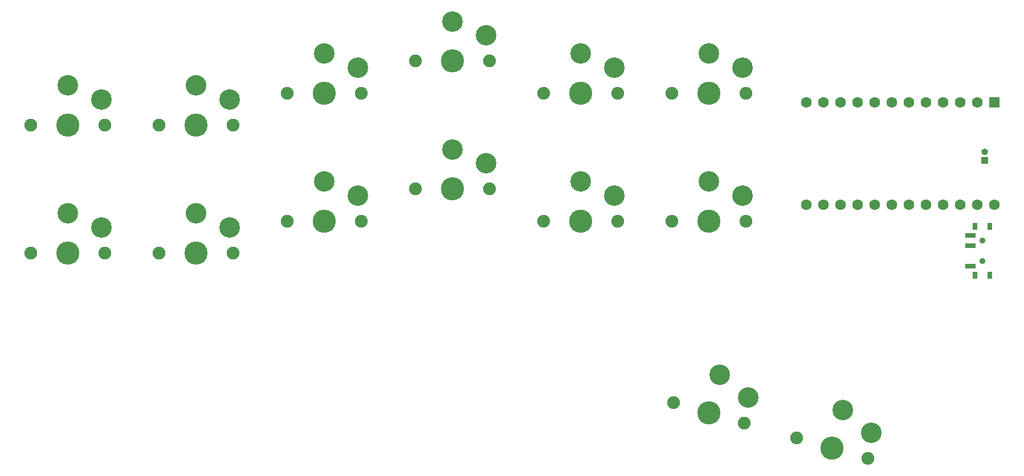
<source format=gbr>
%TF.GenerationSoftware,KiCad,Pcbnew,8.0.0*%
%TF.CreationDate,2024-03-11T23:33:39-04:00*%
%TF.ProjectId,Kiwi MKIII Left,4b697769-204d-44b4-9949-49204c656674,rev?*%
%TF.SameCoordinates,Original*%
%TF.FileFunction,Soldermask,Top*%
%TF.FilePolarity,Negative*%
%FSLAX46Y46*%
G04 Gerber Fmt 4.6, Leading zero omitted, Abs format (unit mm)*
G04 Created by KiCad (PCBNEW 8.0.0) date 2024-03-11 23:33:39*
%MOMM*%
%LPD*%
G01*
G04 APERTURE LIST*
%ADD10C,1.900000*%
%ADD11C,3.050000*%
%ADD12C,3.450000*%
%ADD13R,0.800000X1.000000*%
%ADD14C,0.900000*%
%ADD15R,1.500000X0.700000*%
%ADD16R,1.000000X1.000000*%
%ADD17O,1.000000X1.000000*%
%ADD18R,1.600000X1.600000*%
%ADD19C,1.600000*%
G04 APERTURE END LIST*
D10*
%TO.C,SW203*%
X256129300Y-117492700D03*
D11*
X261629300Y-111592700D03*
D12*
X261629300Y-117492700D03*
D11*
X266629300Y-113692700D03*
D10*
X267129300Y-117492700D03*
%TD*%
%TO.C,SW209*%
X256129300Y-136542700D03*
D11*
X261629300Y-130642700D03*
D12*
X261629300Y-136542700D03*
D11*
X266629300Y-132742700D03*
D10*
X267129300Y-136542700D03*
%TD*%
%TO.C,SW201*%
X218029300Y-122255200D03*
D11*
X223529300Y-116355200D03*
D12*
X223529300Y-122255200D03*
D11*
X228529300Y-118455200D03*
D10*
X229029300Y-122255200D03*
%TD*%
%TO.C,SW207*%
X218029300Y-141305200D03*
D11*
X223529300Y-135405200D03*
D12*
X223529300Y-141305200D03*
D11*
X228529300Y-137505200D03*
D10*
X229029300Y-141305200D03*
%TD*%
%TO.C,SW208*%
X237079300Y-141305200D03*
D11*
X242579300Y-135405200D03*
D12*
X242579300Y-141305200D03*
D11*
X247579300Y-137505200D03*
D10*
X248079300Y-141305200D03*
%TD*%
%TO.C,SW212*%
X313279300Y-136542700D03*
D11*
X318779300Y-130642700D03*
D12*
X318779300Y-136542700D03*
D11*
X323779300Y-132742700D03*
D10*
X324279300Y-136542700D03*
%TD*%
%TO.C,SW206*%
X313279300Y-117492700D03*
D11*
X318779300Y-111592700D03*
D12*
X318779300Y-117492700D03*
D11*
X323779300Y-113692700D03*
D10*
X324279300Y-117492700D03*
%TD*%
D13*
%TO.C,SW215*%
X358324307Y-144630200D03*
X360534307Y-144630200D03*
D14*
X359434307Y-142480200D03*
X359434307Y-139480200D03*
D13*
X358324307Y-137330200D03*
X360534307Y-137330200D03*
D15*
X357674307Y-143230200D03*
X357674307Y-140230200D03*
X357674307Y-138730200D03*
%TD*%
D10*
%TO.C,SW202*%
X237079300Y-122255200D03*
D11*
X242579300Y-116355200D03*
D12*
X242579300Y-122255200D03*
D11*
X247579300Y-118455200D03*
D10*
X248079300Y-122255200D03*
%TD*%
D16*
%TO.C,BT201*%
X359779300Y-127542700D03*
D17*
X359779300Y-126272700D03*
%TD*%
D10*
%TO.C,SW205*%
X294229300Y-117492700D03*
D11*
X299729300Y-111592700D03*
D12*
X299729300Y-117492700D03*
D11*
X304729300Y-113692700D03*
D10*
X305229300Y-117492700D03*
%TD*%
%TO.C,SW214*%
X331804396Y-168838804D03*
D11*
X338717595Y-164683365D03*
D12*
X337091335Y-170354809D03*
D11*
X342945064Y-168080201D03*
D10*
X342378274Y-171870814D03*
%TD*%
%TO.C,SW211*%
X294229300Y-136542700D03*
D11*
X299729300Y-130642700D03*
D12*
X299729300Y-136542700D03*
D11*
X304729300Y-132742700D03*
D10*
X305229300Y-136542700D03*
%TD*%
%TO.C,SW210*%
X275179300Y-131780200D03*
D11*
X280679300Y-125880200D03*
D12*
X280679300Y-131780200D03*
D11*
X285679300Y-127980200D03*
D10*
X286179300Y-131780200D03*
%TD*%
%TO.C,SW213*%
X313492361Y-163601695D03*
D11*
X320405560Y-159446256D03*
D12*
X318779300Y-165117700D03*
D11*
X324633029Y-162843092D03*
D10*
X324066239Y-166633705D03*
%TD*%
D18*
%TO.C,U201*%
X361199300Y-118922700D03*
D19*
X358659300Y-118922700D03*
X356119300Y-118922700D03*
X353579300Y-118922700D03*
X351039300Y-118922700D03*
X348499300Y-118922700D03*
X345959300Y-118922700D03*
X343419300Y-118922700D03*
X340879300Y-118922700D03*
X338339300Y-118922700D03*
X335799300Y-118922700D03*
X333259300Y-118922700D03*
X333259300Y-134162700D03*
X335799300Y-134162700D03*
X338339300Y-134162700D03*
X340879300Y-134162700D03*
X343419300Y-134162700D03*
X345959300Y-134162700D03*
X348499300Y-134162700D03*
X351039300Y-134162700D03*
X353579300Y-134162700D03*
X356119300Y-134162700D03*
X358659300Y-134162700D03*
X361199300Y-134162700D03*
%TD*%
D10*
%TO.C,SW204*%
X275179300Y-112730200D03*
D11*
X280679300Y-106830200D03*
D12*
X280679300Y-112730200D03*
D11*
X285679300Y-108930200D03*
D10*
X286179300Y-112730200D03*
%TD*%
M02*

</source>
